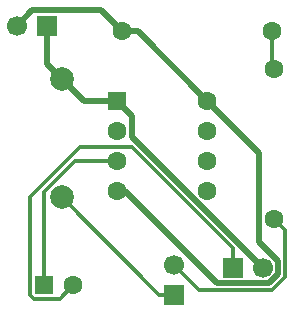
<source format=gbr>
%TF.GenerationSoftware,KiCad,Pcbnew,9.99.0-4961-ge71b061082*%
%TF.CreationDate,2026-01-22T07:13:39+05:30*%
%TF.ProjectId,TOY,544f592e-6b69-4636-9164-5f7063625858,rev?*%
%TF.SameCoordinates,Original*%
%TF.FileFunction,Copper,L1,Top*%
%TF.FilePolarity,Positive*%
%FSLAX46Y46*%
G04 Gerber Fmt 4.6, Leading zero omitted, Abs format (unit mm)*
G04 Created by KiCad (PCBNEW 9.99.0-4961-ge71b061082) date 2026-01-22 07:13:39*
%MOMM*%
%LPD*%
G01*
G04 APERTURE LIST*
G04 Aperture macros list*
%AMRoundRect*
0 Rectangle with rounded corners*
0 $1 Rounding radius*
0 $2 $3 $4 $5 $6 $7 $8 $9 X,Y pos of 4 corners*
0 Add a 4 corners polygon primitive as box body*
4,1,4,$2,$3,$4,$5,$6,$7,$8,$9,$2,$3,0*
0 Add four circle primitives for the rounded corners*
1,1,$1+$1,$2,$3*
1,1,$1+$1,$4,$5*
1,1,$1+$1,$6,$7*
1,1,$1+$1,$8,$9*
0 Add four rect primitives between the rounded corners*
20,1,$1+$1,$2,$3,$4,$5,0*
20,1,$1+$1,$4,$5,$6,$7,0*
20,1,$1+$1,$6,$7,$8,$9,0*
20,1,$1+$1,$8,$9,$2,$3,0*%
G04 Aperture macros list end*
%TA.AperFunction,ComponentPad*%
%ADD10C,1.600000*%
%TD*%
%TA.AperFunction,ComponentPad*%
%ADD11R,1.700000X1.700000*%
%TD*%
%TA.AperFunction,ComponentPad*%
%ADD12C,1.700000*%
%TD*%
%TA.AperFunction,ComponentPad*%
%ADD13C,2.000000*%
%TD*%
%TA.AperFunction,ComponentPad*%
%ADD14RoundRect,0.250000X-0.550000X-0.550000X0.550000X-0.550000X0.550000X0.550000X-0.550000X0.550000X0*%
%TD*%
%TA.AperFunction,Conductor*%
%ADD15C,0.300000*%
%TD*%
%TA.AperFunction,Conductor*%
%ADD16C,0.500000*%
%TD*%
G04 APERTURE END LIST*
D10*
%TO.P,1K,1*%
%TO.N,/DIS*%
X161850000Y-89500000D03*
%TO.P,1K,2*%
%TO.N,VCC*%
X149150000Y-89500000D03*
%TD*%
D11*
%TO.P,OUT,1,1_1*%
%TO.N,/TR*%
X153500000Y-111775000D03*
D12*
%TO.P,OUT,2,2_2*%
%TO.N,Net-(R2-Pad1)*%
X153500000Y-109235000D03*
%TD*%
D11*
%TO.P,BATTERY,1,1_1*%
%TO.N,GND*%
X142775000Y-89000000D03*
D12*
%TO.P,BATTERY,2,2_2*%
%TO.N,VCC*%
X140235000Y-89000000D03*
%TD*%
D10*
%TO.P,10K,1*%
%TO.N,Net-(R2-Pad1)*%
X162000000Y-105350000D03*
%TO.P,10K,2*%
%TO.N,/DIS*%
X162000000Y-92650000D03*
%TD*%
D13*
%TO.P,C1,1*%
%TO.N,/TR*%
X144000000Y-103500000D03*
%TO.P,C1,2*%
%TO.N,GND*%
X144000000Y-93500000D03*
%TD*%
D11*
%TO.P,BUZZER,1,1_1*%
%TO.N,Net-(100uf1-Pad2)*%
X158500000Y-109500000D03*
D12*
%TO.P,BUZZER,2,2_2*%
%TO.N,GND*%
X161040000Y-109500000D03*
%TD*%
D14*
%TO.P,IC 555,1,GND_1*%
%TO.N,GND*%
X148695000Y-95380000D03*
D10*
%TO.P,IC 555,2,TRIG_2*%
%TO.N,Net-(U1-THRES)*%
X148695000Y-97920000D03*
%TO.P,IC 555,3,OUT_3*%
%TO.N,/OUT*%
X148695000Y-100460000D03*
%TO.P,IC 555,4,~{RST}_4*%
%TO.N,VCC*%
X148695000Y-103000000D03*
%TO.P,IC 555,5,CONT_5*%
%TO.N,unconnected-(U1-CONT-Pad5)*%
X156315000Y-103000000D03*
%TO.P,IC 555,6,THRES_6*%
%TO.N,Net-(U1-THRES)*%
X156315000Y-100460000D03*
%TO.P,IC 555,7,DISCH_7*%
%TO.N,/DIS*%
X156315000Y-97920000D03*
%TO.P,IC 555,8,VCC_8*%
%TO.N,VCC*%
X156315000Y-95380000D03*
%TD*%
D14*
%TO.P,100uf1,1*%
%TO.N,/OUT*%
X142500000Y-111000000D03*
D10*
%TO.P,100uf1,2*%
%TO.N,Net-(100uf1-Pad2)*%
X145000000Y-111000000D03*
%TD*%
%TO.N,Net-(100uf1-Pad2)*%
D15*
X145000000Y-111000000D02*
X143849000Y-112151000D01*
X145571877Y-99309000D02*
X149999058Y-99309000D01*
X141694130Y-112151000D02*
X141349000Y-111805870D01*
X141349000Y-111805870D02*
X141349000Y-103531877D01*
X141349000Y-103531877D02*
X145571877Y-99309000D01*
X143849000Y-112151000D02*
X141694130Y-112151000D01*
X158500000Y-107809942D02*
X158500000Y-109500000D01*
X149999058Y-99309000D02*
X158500000Y-107809942D01*
%TO.N,/TR*%
X152275000Y-111775000D02*
X144000000Y-103500000D01*
X153500000Y-111775000D02*
X152275000Y-111775000D01*
%TO.N,GND*%
D16*
X142775000Y-92275000D02*
X142775000Y-89000000D01*
X144000000Y-93500000D02*
X145880000Y-95380000D01*
X145880000Y-95380000D02*
X148695000Y-95380000D01*
X144000000Y-93500000D02*
X142775000Y-92275000D01*
X149946000Y-98406000D02*
X161040000Y-109500000D01*
X149946000Y-96631000D02*
X149946000Y-98406000D01*
X148695000Y-95380000D02*
X149946000Y-96631000D01*
%TO.N,/DIS*%
D15*
X162000000Y-92650000D02*
X161850000Y-92800000D01*
X161850000Y-89500000D02*
X161850000Y-92500000D01*
X161850000Y-92500000D02*
X162000000Y-92650000D01*
%TO.N,VCC*%
D16*
X147349000Y-87699000D02*
X149150000Y-89500000D01*
X149398000Y-103000000D02*
X148695000Y-103000000D01*
X156315000Y-95380000D02*
X160730364Y-99795364D01*
X157199000Y-110801000D02*
X149398000Y-103000000D01*
X162341000Y-108961108D02*
X162341000Y-110038892D01*
X150435000Y-89500000D02*
X156315000Y-95380000D01*
X160730364Y-99795364D02*
X160730364Y-107350472D01*
X140235000Y-89000000D02*
X141536000Y-87699000D01*
X162341000Y-110038892D02*
X161578892Y-110801000D01*
X141536000Y-87699000D02*
X147349000Y-87699000D01*
X161578892Y-110801000D02*
X157199000Y-110801000D01*
X160730364Y-107350472D02*
X162341000Y-108961108D01*
X149150000Y-89500000D02*
X150435000Y-89500000D01*
%TO.N,Net-(R2-Pad1)*%
D15*
X153500000Y-109235000D02*
X153265000Y-109235000D01*
X161827834Y-111402000D02*
X155667000Y-111402000D01*
X155667000Y-111402000D02*
X153500000Y-109235000D01*
X153000000Y-109500000D02*
X153265000Y-109235000D01*
X162942000Y-106292000D02*
X162942000Y-110287834D01*
X162000000Y-105350000D02*
X162942000Y-106292000D01*
X162942000Y-110287834D02*
X161827834Y-111402000D01*
%TO.N,/OUT*%
X142500000Y-111000000D02*
X142500000Y-103089397D01*
X145129397Y-100460000D02*
X148695000Y-100460000D01*
X142500000Y-103089397D02*
X145129397Y-100460000D01*
%TD*%
M02*

</source>
